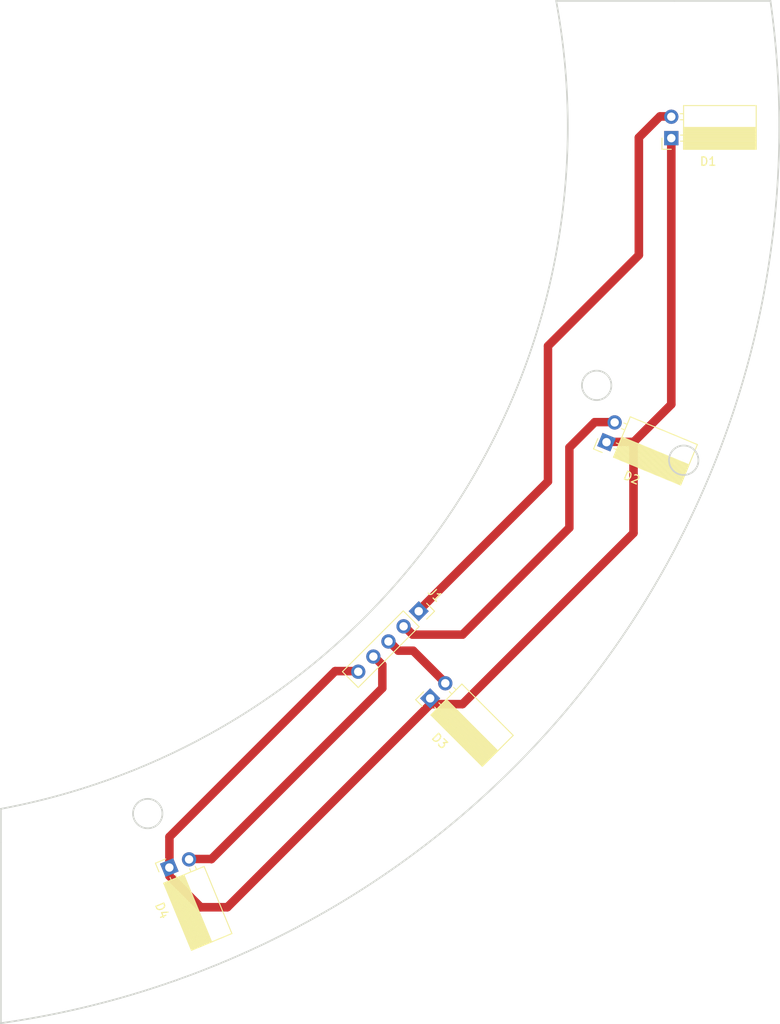
<source format=kicad_pcb>
(kicad_pcb (version 20211014) (generator pcbnew)
  (layers (0 "F.Cu" signal) (31 "B.Cu" signal) (34 "B.Paste" user) (35 "F.Paste" user) (36 "B.SilkS" user "B.Silkscreen") (37 "F.SilkS" user "F.Silkscreen") (38 "B.Mask" user) (39 "F.Mask" user) (44 "Edge.Cuts" user))
  (net 0 "")
  (net 1 "GND")
  (net 2 "Net-(D1-Pad2)")
  (net 3 "Net-(D2-Pad2)")
  (net 4 "Net-(D3-Pad2)")
  (net 5 "Net-(D4-Pad2)")
  (footprint "Connector_PinSocket_2.54mm:PinSocket_1x02_P2.54mm_Horizontal" (layer "F.Cu") (at 35.019379 87.962848 112.5)
    (fp_text reference "D4" (at -4.38 -2.77 112.5) (layer "F.SilkS"))
    (fp_text value "LED")
    (fp_line (start -10.09 0.20714) (end -1.46 0.20714) (layer "F.SilkS") (width 0.12))
    (fp_line (start -10.09 -0.855715) (end -1.46 -0.855715) (layer "F.SilkS") (width 0.12))
    (fp_line (start -1.46 2.9) (end -1.05 2.9) (layer "F.SilkS") (width 0.12))
    (fp_line (start -10.09 0.325235) (end -1.46 0.325235) (layer "F.SilkS") (width 0.12))
    (fp_line (start -10.09 1.1519) (end -1.46 1.1519) (layer "F.SilkS") (width 0.12))
    (fp_line (start -10.09 -1.21) (end -1.46 -1.21) (layer "F.SilkS") (width 0.12))
    (fp_line (start -1.46 2.18) (end -1.05 2.18) (layer "F.SilkS") (width 0.12))
    (fp_line (start -10.09 0.797615) (end -1.46 0.797615) (layer "F.SilkS") (width 0.12))
    (fp_line (start -10.09 -1.091905) (end -1.46 -1.091905) (layer "F.SilkS") (width 0.12))
    (fp_line (start -1.46 0.36) (end -1.11 0.36) (layer "F.SilkS") (width 0.12))
    (fp_line (start -1.46 -0.36) (end -1.11 -0.36) (layer "F.SilkS") (width 0.12))
    (fp_line (start -10.09 -0.02905) (end -1.46 -0.02905) (layer "F.SilkS") (width 0.12))
    (fp_line (start -10.09 -0.97381) (end -1.46 -0.97381) (layer "F.SilkS") (width 0.12))
    (fp_line (start -10.09 0.67952) (end -1.46 0.67952) (layer "F.SilkS") (width 0.12))
    (fp_line (start -10.09 0.44333) (end -1.46 0.44333) (layer "F.SilkS") (width 0.12))
    (fp_line (start -10.09 0.91571) (end -1.46 0.91571) (layer "F.SilkS") (width 0.12))
    (fp_line (start -10.09 -1.33) (end -10.09 3.87) (layer "F.SilkS") (width 0.12))
    (fp_line (start -10.09 3.87) (end -1.46 3.87) (layer "F.SilkS") (width 0.12))
    (fp_line (start -10.09 0.561425) (end -1.46 0.561425) (layer "F.SilkS") (width 0.12))
    (fp_line (start -10.09 -0.383335) (end -1.46 -0.383335) (layer "F.SilkS") (width 0.12))
    (fp_line (start -10.09 -0.147145) (end -1.46 -0.147145) (layer "F.SilkS") (width 0.12))
    (fp_line (start -10.09 1.27) (end -1.46 1.27) (layer "F.SilkS") (width 0.12))
    (fp_line (start 0 -1.33) (end 1.11 -1.33) (layer "F.SilkS") (width 0.12))
    (fp_line (start 1.11 -1.33) (end 1.11 0) (layer "F.SilkS") (width 0.12))
    (fp_line (start -10.09 -0.26524) (end -1.46 -0.26524) (layer "F.SilkS") (width 0.12))
    (fp_line (start -10.09 -0.619525) (end -1.46 -0.619525) (layer "F.SilkS") (width 0.12))
    (fp_line (start -10.09 1.033805) (end -1.46 1.033805) (layer "F.SilkS") (width 0.12))
    (fp_line (start -1.46 -1.33) (end -1.46 3.87) (layer "F.SilkS") (width 0.12))
    (fp_line (start -10.09 -0.73762) (end -1.46 -0.73762) (layer "F.SilkS") (width 0.12))
    (fp_line (start -10.09 -0.50143) (end -1.46 -0.50143) (layer "F.SilkS") (width 0.12))
    (fp_line (start -10.09 0.089045) (end -1.46 0.089045) (layer "F.SilkS") (width 0.12))
    (fp_line (start -10.09 -1.33) (end -1.46 -1.33) (layer "F.SilkS") (width 0.12))
    (pad "1" thru_hole rect (at 0 0 112.5) (size 1.7 1.7) (drill 1) (layers *.Cu *.Mask) (net 1 "GND"))
    (pad "2" thru_hole oval (at 0 2.54 112.5) (size 1.7 1.7) (drill 1) (layers *.Cu *.Mask) (net 5 "Net-(D4-Pad2)"))
  )
  (footprint "Connector_PinSocket_2.54mm:PinSocket_1x02_P2.54mm_Horizontal" (layer "F.Cu") (at 66.015612 67.865739 135)
    (fp_text reference "D3" (at -4.38 -2.77 135) (layer "F.SilkS"))
    (fp_text value "LED")
    (fp_line (start -10.09 -0.50143) (end -1.46 -0.50143) (layer "F.SilkS") (width 0.12))
    (fp_line (start -10.09 -0.147145) (end -1.46 -0.147145) (layer "F.SilkS") (width 0.12))
    (fp_line (start -10.09 0.67952) (end -1.46 0.67952) (layer "F.SilkS") (width 0.12))
    (fp_line (start -1.46 -0.36) (end -1.11 -0.36) (layer "F.SilkS") (width 0.12))
    (fp_line (start -1.46 0.36) (end -1.11 0.36) (layer "F.SilkS") (width 0.12))
    (fp_line (start -1.46 2.18) (end -1.05 2.18) (layer "F.SilkS") (width 0.12))
    (fp_line (start 0 -1.33) (end 1.11 -1.33) (layer "F.SilkS") (width 0.12))
    (fp_line (start -10.09 1.27) (end -1.46 1.27) (layer "F.SilkS") (width 0.12))
    (fp_line (start -10.09 -0.619525) (end -1.46 -0.619525) (layer "F.SilkS") (width 0.12))
    (fp_line (start -10.09 -0.26524) (end -1.46 -0.26524) (layer "F.SilkS") (width 0.12))
    (fp_line (start -10.09 0.089045) (end -1.46 0.089045) (layer "F.SilkS") (width 0.12))
    (fp_line (start -10.09 -0.02905) (end -1.46 -0.02905) (layer "F.SilkS") (width 0.12))
    (fp_line (start -10.09 1.033805) (end -1.46 1.033805) (layer "F.SilkS") (width 0.12))
    (fp_line (start -10.09 0.797615) (end -1.46 0.797615) (layer "F.SilkS") (width 0.12))
    (fp_line (start -10.09 -1.091905) (end -1.46 -1.091905) (layer "F.SilkS") (width 0.12))
    (fp_line (start -10.09 1.1519) (end -1.46 1.1519) (layer "F.SilkS") (width 0.12))
    (fp_line (start -10.09 -0.97381) (end -1.46 -0.97381) (layer "F.SilkS") (width 0.12))
    (fp_line (start -10.09 -1.33) (end -10.09 3.87) (layer "F.SilkS") (width 0.12))
    (fp_line (start -10.09 -1.21) (end -1.46 -1.21) (layer "F.SilkS") (width 0.12))
    (fp_line (start 1.11 -1.33) (end 1.11 0) (layer "F.SilkS") (width 0.12))
    (fp_line (start -10.09 0.91571) (end -1.46 0.91571) (layer "F.SilkS") (width 0.12))
    (fp_line (start -10.09 0.561425) (end -1.46 0.561425) (layer "F.SilkS") (width 0.12))
    (fp_line (start -10.09 3.87) (end -1.46 3.87) (layer "F.SilkS") (width 0.12))
    (fp_line (start -10.09 -0.383335) (end -1.46 -0.383335) (layer "F.SilkS") (width 0.12))
    (fp_line (start -1.46 2.9) (end -1.05 2.9) (layer "F.SilkS") (width 0.12))
    (fp_line (start -10.09 -1.33) (end -1.46 -1.33) (layer "F.SilkS") (width 0.12))
    (fp_line (start -10.09 0.44333) (end -1.46 0.44333) (layer "F.SilkS") (width 0.12))
    (fp_line (start -10.09 -0.855715) (end -1.46 -0.855715) (layer "F.SilkS") (width 0.12))
    (fp_line (start -10.09 -0.73762) (end -1.46 -0.73762) (layer "F.SilkS") (width 0.12))
    (fp_line (start -1.46 -1.33) (end -1.46 3.87) (layer "F.SilkS") (width 0.12))
    (fp_line (start -10.09 0.20714) (end -1.46 0.20714) (layer "F.SilkS") (width 0.12))
    (fp_line (start -10.09 0.325235) (end -1.46 0.325235) (layer "F.SilkS") (width 0.12))
    (pad "1" thru_hole rect (at 0 0 135) (size 1.7 1.7) (drill 1) (layers *.Cu *.Mask) (net 1 "GND"))
    (pad "2" thru_hole oval (at 0 2.54 135) (size 1.7 1.7) (drill 1) (layers *.Cu *.Mask) (net 4 "Net-(D3-Pad2)"))
  )
  (footprint "Connector_PinSocket_2.54mm:PinSocket_1x02_P2.54mm_Horizontal" (layer "F.Cu") (at 94.668411 1.308237 180)
    (fp_text reference "D1" (at -4.38 -2.77) (layer "F.SilkS"))
    (fp_text value "LED")
    (fp_line (start 0 -1.33) (end 1.11 -1.33) (layer "F.SilkS") (width 0.12))
    (fp_line (start -10.09 -0.26524) (end -1.46 -0.26524) (layer "F.SilkS") (width 0.12))
    (fp_line (start -10.09 0.67952) (end -1.46 0.67952) (layer "F.SilkS") (width 0.12))
    (fp_line (start -10.09 0.91571) (end -1.46 0.91571) (layer "F.SilkS") (width 0.12))
    (fp_line (start -10.09 1.033805) (end -1.46 1.033805) (layer "F.SilkS") (width 0.12))
    (fp_line (start 1.11 -1.33) (end 1.11 0) (layer "F.SilkS") (width 0.12))
    (fp_line (start -1.46 2.18) (end -1.05 2.18) (layer "F.SilkS") (width 0.12))
    (fp_line (start -10.09 -0.02905) (end -1.46 -0.02905) (layer "F.SilkS") (width 0.12))
    (fp_line (start -10.09 -0.50143) (end -1.46 -0.50143) (layer "F.SilkS") (width 0.12))
    (fp_line (start -10.09 -1.33) (end -10.09 3.87) (layer "F.SilkS") (width 0.12))
    (fp_line (start -10.09 -0.97381) (end -1.46 -0.97381) (layer "F.SilkS") (width 0.12))
    (fp_line (start -10.09 3.87) (end -1.46 3.87) (layer "F.SilkS") (width 0.12))
    (fp_line (start -10.09 -0.73762) (end -1.46 -0.73762) (layer "F.SilkS") (width 0.12))
    (fp_line (start -1.46 -0.36) (end -1.11 -0.36) (layer "F.SilkS") (width 0.12))
    (fp_line (start -10.09 -0.147145) (end -1.46 -0.147145) (layer "F.SilkS") (width 0.12))
    (fp_line (start -10.09 -0.383335) (end -1.46 -0.383335) (layer "F.SilkS") (width 0.12))
    (fp_line (start -10.09 1.1519) (end -1.46 1.1519) (layer "F.SilkS") (width 0.12))
    (fp_line (start -10.09 -0.855715) (end -1.46 -0.855715) (layer "F.SilkS") (width 0.12))
    (fp_line (start -10.09 1.27) (end -1.46 1.27) (layer "F.SilkS") (width 0.12))
    (fp_line (start -10.09 -0.619525) (end -1.46 -0.619525) (layer "F.SilkS") (width 0.12))
    (fp_line (start -10.09 -1.21) (end -1.46 -1.21) (layer "F.SilkS") (width 0.12))
    (fp_line (start -10.09 0.20714) (end -1.46 0.20714) (layer "F.SilkS") (width 0.12))
    (fp_line (start -1.46 -1.33) (end -1.46 3.87) (layer "F.SilkS") (width 0.12))
    (fp_line (start -10.09 0.325235) (end -1.46 0.325235) (layer "F.SilkS") (width 0.12))
    (fp_line (start -1.46 2.9) (end -1.05 2.9) (layer "F.SilkS") (width 0.12))
    (fp_line (start -10.09 0.089045) (end -1.46 0.089045) (layer "F.SilkS") (width 0.12))
    (fp_line (start -10.09 -1.091905) (end -1.46 -1.091905) (layer "F.SilkS") (width 0.12))
    (fp_line (start -10.09 0.44333) (end -1.46 0.44333) (layer "F.SilkS") (width 0.12))
    (fp_line (start -10.09 0.561425) (end -1.46 0.561425) (layer "F.SilkS") (width 0.12))
    (fp_line (start -10.09 0.797615) (end -1.46 0.797615) (layer "F.SilkS") (width 0.12))
    (fp_line (start -1.46 0.36) (end -1.11 0.36) (layer "F.SilkS") (width 0.12))
    (fp_line (start -10.09 -1.33) (end -1.46 -1.33) (layer "F.SilkS") (width 0.12))
    (pad "1" thru_hole rect (at 0 0 180) (size 1.7 1.7) (drill 1) (layers *.Cu *.Mask) (net 1 "GND"))
    (pad "2" thru_hole oval (at 0 2.54 180) (size 1.7 1.7) (drill 1) (layers *.Cu *.Mask) (net 2 "Net-(D1-Pad2)"))
  )
  (footprint "Connector_PinSocket_2.54mm:PinSocket_1x02_P2.54mm_Horizontal" (layer "F.Cu") (at 86.964719 37.429076 157.5)
    (fp_text reference "D2" (at -4.38 -2.77 157.5) (layer "F.SilkS"))
    (fp_text value "LED")
    (fp_line (start -10.09 0.325235) (end -1.46 0.325235) (layer "F.SilkS") (width 0.12))
    (fp_line (start -1.46 0.36) (end -1.11 0.36) (layer "F.SilkS") (width 0.12))
    (fp_line (start -10.09 -1.21) (end -1.46 -1.21) (layer "F.SilkS") (width 0.12))
    (fp_line (start -10.09 -1.091905) (end -1.46 -1.091905) (layer "F.SilkS") (width 0.12))
    (fp_line (start -10.09 0.20714) (end -1.46 0.20714) (layer "F.SilkS") (width 0.12))
    (fp_line (start 0 -1.33) (end 1.11 -1.33) (layer "F.SilkS") (width 0.12))
    (fp_line (start -10.09 -0.147145) (end -1.46 -0.147145) (layer "F.SilkS") (width 0.12))
    (fp_line (start -10.09 -0.02905) (end -1.46 -0.02905) (layer "F.SilkS") (width 0.12))
    (fp_line (start -10.09 1.1519) (end -1.46 1.1519) (layer "F.SilkS") (width 0.12))
    (fp_line (start -1.46 2.18) (end -1.05 2.18) (layer "F.SilkS") (width 0.12))
    (fp_line (start -10.09 -1.33) (end -10.09 3.87) (layer "F.SilkS") (width 0.12))
    (fp_line (start -10.09 0.797615) (end -1.46 0.797615) (layer "F.SilkS") (width 0.12))
    (fp_line (start -10.09 -0.383335) (end -1.46 -0.383335) (layer "F.SilkS") (width 0.12))
    (fp_line (start -10.09 -0.855715) (end -1.46 -0.855715) (layer "F.SilkS") (width 0.12))
    (fp_line (start -10.09 1.27) (end -1.46 1.27) (layer "F.SilkS") (width 0.12))
    (fp_line (start -1.46 -0.36) (end -1.11 -0.36) (layer "F.SilkS") (width 0.12))
    (fp_line (start -10.09 0.91571) (end -1.46 0.91571) (layer "F.SilkS") (width 0.12))
    (fp_line (start -10.09 1.033805) (end -1.46 1.033805) (layer "F.SilkS") (width 0.12))
    (fp_line (start -10.09 -0.50143) (end -1.46 -0.50143) (layer "F.SilkS") (width 0.12))
    (fp_line (start -10.09 -0.73762) (end -1.46 -0.73762) (layer "F.SilkS") (width 0.12))
    (fp_line (start -10.09 0.44333) (end -1.46 0.44333) (layer "F.SilkS") (width 0.12))
    (fp_line (start -10.09 0.089045) (end -1.46 0.089045) (layer "F.SilkS") (width 0.12))
    (fp_line (start -10.09 -0.26524) (end -1.46 -0.26524) (layer "F.SilkS") (width 0.12))
    (fp_line (start -10.09 -0.619525) (end -1.46 -0.619525) (layer "F.SilkS") (width 0.12))
    (fp_line (start -10.09 3.87) (end -1.46 3.87) (layer "F.SilkS") (width 0.12))
    (fp_line (start -1.46 -1.33) (end -1.46 3.87) (layer "F.SilkS") (width 0.12))
    (fp_line (start -1.46 2.9) (end -1.05 2.9) (layer "F.SilkS") (width 0.12))
    (fp_line (start -10.09 -0.97381) (end -1.46 -0.97381) (layer "F.SilkS") (width 0.12))
    (fp_line (start -10.09 0.561425) (end -1.46 0.561425) (layer "F.SilkS") (width 0.12))
    (fp_line (start -10.09 -1.33) (end -1.46 -1.33) (layer "F.SilkS") (width 0.12))
    (fp_line (start 1.11 -1.33) (end 1.11 0) (layer "F.SilkS") (width 0.12))
    (fp_line (start -10.09 0.67952) (end -1.46 0.67952) (layer "F.SilkS") (width 0.12))
    (pad "1" thru_hole rect (at 0 0 157.5) (size 1.7 1.7) (drill 1) (layers *.Cu *.Mask) (net 1 "GND"))
    (pad "2" thru_hole oval (at 0 2.54 157.5) (size 1.7 1.7) (drill 1) (layers *.Cu *.Mask) (net 3 "Net-(D2-Pad2)"))
  )
  (footprint "Connector_PinSocket_2.54mm:PinSocket_1x05_P2.54mm_Vertical" (layer "F.Cu") (at 64.654309 57.51253 -45)
    (fp_text reference "J1" (at 0 -2.77 135) (layer "F.SilkS"))
    (fp_text value "Right_LED")
    (fp_line (start 1.33 1.27) (end 1.33 11.49) (layer "F.SilkS") (width 0.12))
    (fp_line (start -1.33 1.27) (end -1.33 11.49) (layer "F.SilkS") (width 0.12))
    (fp_line (start -1.33 11.49) (end 1.33 11.49) (layer "F.SilkS") (width 0.12))
    (fp_line (start -1.33 1.27) (end 1.33 1.27) (layer "F.SilkS") (width 0.12))
    (fp_line (start 1.33 -1.33) (end 1.33 0) (layer "F.SilkS") (width 0.12))
    (fp_line (start 0 -1.33) (end 1.33 -1.33) (layer "F.SilkS") (width 0.12))
    (pad "1" thru_hole rect (at 0 0 315) (size 1.7 1.7) (drill 1) (layers *.Cu *.Mask) (net 2 "Net-(D1-Pad2)"))
    (pad "2" thru_hole oval (at 0 2.54 315) (size 1.7 1.7) (drill 1) (layers *.Cu *.Mask) (net 3 "Net-(D2-Pad2)"))
    (pad "3" thru_hole oval (at 0 5.08 315) (size 1.7 1.7) (drill 1) (layers *.Cu *.Mask) (net 4 "Net-(D3-Pad2)"))
    (pad "4" thru_hole oval (at 0 7.62 315) (size 1.7 1.7) (drill 1) (layers *.Cu *.Mask) (net 5 "Net-(D4-Pad2)"))
    (pad "5" thru_hole oval (at 0 10.16 315) (size 1.7 1.7) (drill 1) (layers *.Cu *.Mask) (net 1 "GND"))
  )
  (gr_circle (center 85.799894 30.681009) (end 87.549894 30.681009) (layer "Edge.Cuts") (width 0.2) (fill none))
  (gr_line (start 15.000093 85) (end 15.000093 106.448411) (layer "Edge.Cuts") (width 0.2))
  (gr_arc (start 80.987644 -15) (mid 67.873541 46.660268) (end 15.000093 80.987617) (layer "Edge.Cuts") (width 0.2))
  (gr_arc (start 106.448434 -15) (mid 85.877039 64.663767) (end 15.000093 106.448411) (layer "Edge.Cuts") (width 0.2))
  (gr_circle (center 32.454434 81.551596) (end 34.204434 81.551596) (layer "Edge.Cuts") (width 0.2) (fill none))
  (gr_line (start 106.448434 -15) (end 95.000093 -15) (layer "Edge.Cuts") (width 0.2))
  (gr_line (start 95.000093 -15) (end 80.987644 -15) (layer "Edge.Cuts") (width 0.2))
  (gr_line (start 15.000093 80.987617) (end 15.000093 85) (layer "Edge.Cuts") (width 0.2))
  (gr_circle (center 96.144111 39.575476) (end 97.894111 39.575476) (layer "Edge.Cuts") (width 0.2) (fill none))
  (segment (start 90.139193 37.39577) (end 86.96539 37.39577) (width 1) (layer "F.Cu") (net 1))
  (segment (start 35.029844 84.323119) (end 35.029844 87.918858) (width 1) (layer "F.Cu") (net 1))
  (segment (start 94.665999 1.266883) (end 94.665999 32.941964) (width 1) (layer "F.Cu") (net 1))
  (segment (start 90.178411 48.229988) (end 69.858411 68.549988) (width 1) (layer "F.Cu") (net 1))
  (segment (start 66.750048 68.549988) (end 66.023957 67.823897) (width 1) (layer "F.Cu") (net 1))
  (segment (start 38.740999 92.676964) (end 35.029844 88.965809) (width 1) (layer "F.Cu") (net 1))
  (segment (start 90.178411 37.434988) (end 90.139193 37.39577) (width 1) (layer "F.Cu") (net 1))
  (segment (start 35.029844 88.965809) (end 35.029844 87.918858) (width 1) (layer "F.Cu") (net 1))
  (segment (start 66.045999 68.546964) (end 41.915999 92.676964) (width 1) (layer "F.Cu") (net 1))
  (segment (start 94.665999 32.941964) (end 90.175999 37.431964) (width 1) (layer "F.Cu") (net 1))
  (segment (start 57.479695 64.624751) (end 54.728212 64.624751) (width 1) (layer "F.Cu") (net 1))
  (segment (start 90.136781 37.392746) (end 86.962978 37.392746) (width 1) (layer "F.Cu") (net 1))
  (segment (start 90.175999 37.431964) (end 90.175999 48.226964) (width 1) (layer "F.Cu") (net 1))
  (segment (start 66.048411 68.549988) (end 41.918411 92.679988) (width 1) (layer "F.Cu") (net 1))
  (segment (start 69.855999 68.546964) (end 66.747636 68.546964) (width 1) (layer "F.Cu") (net 1))
  (segment (start 41.915999 92.676964) (end 38.740999 92.676964) (width 1) (layer "F.Cu") (net 1))
  (segment (start 38.743411 92.679988) (end 35.032256 88.968833) (width 1) (layer "F.Cu") (net 1))
  (segment (start 57.482107 64.627775) (end 54.730624 64.627775) (width 1) (layer "F.Cu") (net 1))
  (segment (start 90.175999 37.431964) (end 90.136781 37.392746) (width 1) (layer "F.Cu") (net 1))
  (segment (start 35.032256 88.968833) (end 35.032256 87.921882) (width 1) (layer "F.Cu") (net 1))
  (segment (start 69.858411 68.549988) (end 66.750048 68.549988) (width 1) (layer "F.Cu") (net 1))
  (segment (start 94.668411 1.269907) (end 94.668411 32.944988) (width 1) (layer "F.Cu") (net 1))
  (segment (start 66.747636 68.546964) (end 66.045999 68.546964) (width 1) (layer "F.Cu") (net 1))
  (segment (start 54.728212 64.624751) (end 35.029844 84.323119) (width 1) (layer "F.Cu") (net 1))
  (segment (start 94.668411 32.944988) (end 90.178411 37.434988) (width 1) (layer "F.Cu") (net 1))
  (segment (start 66.750048 68.549988) (end 66.048411 68.549988) (width 1) (layer "F.Cu") (net 1))
  (segment (start 41.918411 92.679988) (end 38.743411 92.679988) (width 1) (layer "F.Cu") (net 1))
  (segment (start 35.032256 84.326143) (end 35.032256 87.921882) (width 1) (layer "F.Cu") (net 1))
  (segment (start 90.178411 37.434988) (end 90.178411 48.229988) (width 1) (layer "F.Cu") (net 1))
  (segment (start 66.747636 68.546964) (end 66.021545 67.820873) (width 1) (layer "F.Cu") (net 1))
  (segment (start 54.730624 64.627775) (end 35.032256 84.326143) (width 1) (layer "F.Cu") (net 1))
  (segment (start 90.175999 48.226964) (end 69.855999 68.546964) (width 1) (layer "F.Cu") (net 1))
  (segment (start 80.015999 42.088447) (end 80.015999 26.001964) (width 1) (layer "F.Cu") (net 2))
  (segment (start 80.018411 26.004988) (end 90.813411 15.209988) (width 1) (layer "F.Cu") (net 2))
  (segment (start 93.323492 -1.270093) (end 94.668411 -1.270093) (width 1) (layer "F.Cu") (net 2))
  (segment (start 90.810999 1.236964) (end 93.32108 -1.273117) (width 1) (layer "F.Cu") (net 2))
  (segment (start 90.813411 15.209988) (end 90.813411 1.239988) (width 1) (layer "F.Cu") (net 2))
  (segment (start 64.666312 57.44357) (end 80.018411 42.091471) (width 1) (layer "F.Cu") (net 2))
  (segment (start 90.810999 15.206964) (end 90.810999 1.236964) (width 1) (layer "F.Cu") (net 2))
  (segment (start 90.813411 1.239988) (end 93.323492 -1.270093) (width 1) (layer "F.Cu") (net 2))
  (segment (start 80.018411 42.091471) (end 80.018411 26.004988) (width 1) (layer "F.Cu") (net 2))
  (segment (start 93.32108 -1.273117) (end 94.665999 -1.273117) (width 1) (layer "F.Cu") (net 2))
  (segment (start 80.015999 26.001964) (end 90.810999 15.206964) (width 1) (layer "F.Cu") (net 2))
  (segment (start 64.6639 57.440546) (end 80.015999 42.088447) (width 1) (layer "F.Cu") (net 2))
  (segment (start 62.867849 59.236597) (end 63.923216 60.291964) (width 1) (layer "F.Cu") (net 3))
  (segment (start 85.579283 35.049116) (end 87.937406 35.049116) (width 1) (layer "F.Cu") (net 3))
  (segment (start 63.925628 60.294988) (end 69.858411 60.294988) (width 1) (layer "F.Cu") (net 3))
  (segment (start 85.576871 35.046092) (end 87.934994 35.046092) (width 1) (layer "F.Cu") (net 3))
  (segment (start 82.558411 38.069988) (end 85.579283 35.049116) (width 1) (layer "F.Cu") (net 3))
  (segment (start 63.923216 60.291964) (end 69.855999 60.291964) (width 1) (layer "F.Cu") (net 3))
  (segment (start 82.555999 47.591964) (end 82.555999 38.066964) (width 1) (layer "F.Cu") (net 3))
  (segment (start 69.858411 60.294988) (end 82.558411 47.594988) (width 1) (layer "F.Cu") (net 3))
  (segment (start 62.870261 59.239621) (end 63.925628 60.294988) (width 1) (layer "F.Cu") (net 3))
  (segment (start 69.855999 60.291964) (end 82.555999 47.591964) (width 1) (layer "F.Cu") (net 3))
  (segment (start 82.555999 38.066964) (end 85.576871 35.046092) (width 1) (layer "F.Cu") (net 3))
  (segment (start 82.558411 47.594988) (end 82.558411 38.069988) (width 1) (layer "F.Cu") (net 3))
  (segment (start 62.235999 62.196849) (end 61.071798 61.032648) (width 1) (layer "F.Cu") (net 4))
  (segment (start 63.989738 62.196964) (end 62.235999 62.196964) (width 1) (layer "F.Cu") (net 4))
  (segment (start 62.238411 62.199873) (end 61.07421 61.035672) (width 1) (layer "F.Cu") (net 4))
  (segment (start 63.99215 62.199988) (end 62.238411 62.199988) (width 1) (layer "F.Cu") (net 4))
  (segment (start 67.817596 66.024822) (end 63.989738 62.196964) (width 1) (layer "F.Cu") (net 4))
  (segment (start 62.238411 62.199988) (end 62.238411 62.199873) (width 1) (layer "F.Cu") (net 4))
  (segment (start 62.235999 62.196964) (end 62.235999 62.196849) (width 1) (layer "F.Cu") (net 4))
  (segment (start 67.820008 66.027846) (end 63.99215 62.199988) (width 1) (layer "F.Cu") (net 4))
  (segment (start 40.010999 86.961964) (end 39.995877 86.946842) (width 1) (layer "F.Cu") (net 5))
  (segment (start 39.995877 86.946842) (end 37.376498 86.946842) (width 1) (layer "F.Cu") (net 5))
  (segment (start 60.330999 63.883953) (end 60.330999 66.641964) (width 1) (layer "F.Cu") (net 5))
  (segment (start 59.278158 62.831724) (end 60.333411 63.886977) (width 1) (layer "F.Cu") (net 5))
  (segment (start 60.330999 66.641964) (end 40.010999 86.961964) (width 1) (layer "F.Cu") (net 5))
  (segment (start 60.333411 66.644988) (end 40.013411 86.964988) (width 1) (layer "F.Cu") (net 5))
  (segment (start 39.998289 86.949866) (end 37.37891 86.949866) (width 1) (layer "F.Cu") (net 5))
  (segment (start 40.013411 86.964988) (end 39.998289 86.949866) (width 1) (layer "F.Cu") (net 5))
  (segment (start 59.275746 62.8287) (end 60.330999 63.883953) (width 1) (layer "F.Cu") (net 5))
  (segment (start 60.333411 63.886977) (end 60.333411 66.644988) (width 1) (layer "F.Cu") (net 5))
)
</source>
